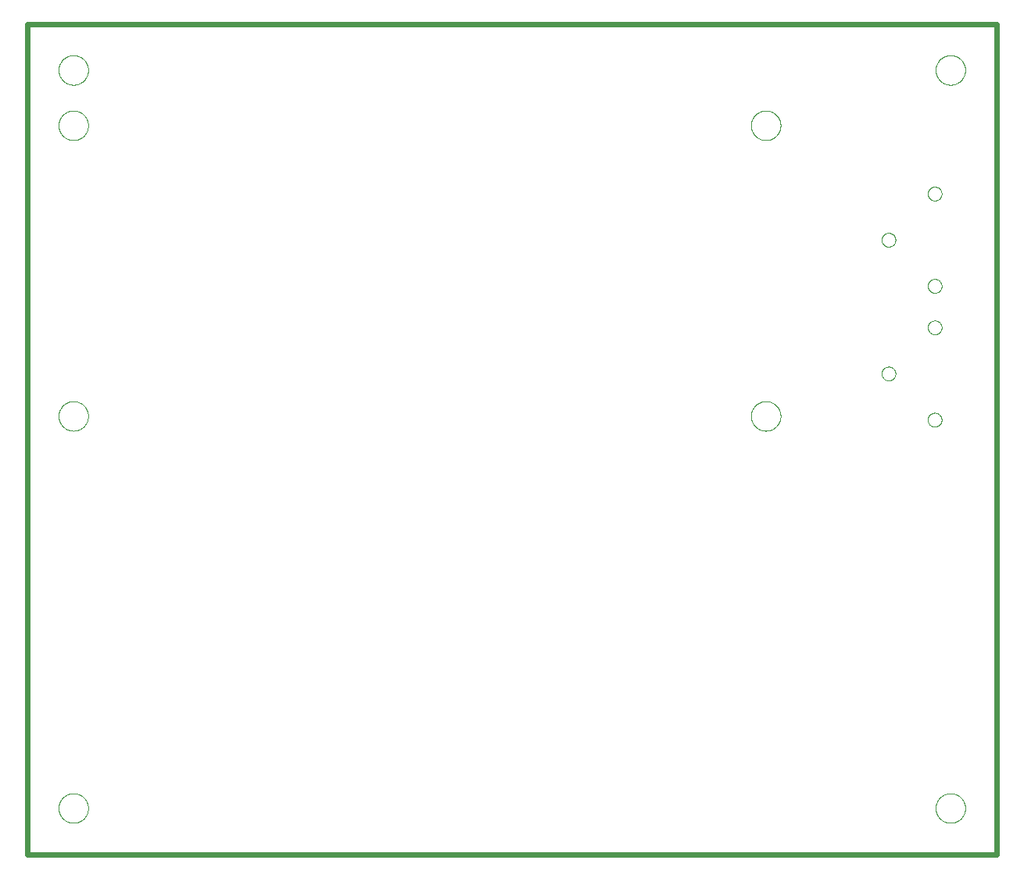
<source format=gbp>
G75*
%MOIN*%
%OFA0B0*%
%FSLAX25Y25*%
%IPPOS*%
%LPD*%
%AMOC8*
5,1,8,0,0,1.08239X$1,22.5*
%
%ADD10C,0.02400*%
%ADD11C,0.00000*%
D10*
X0002200Y0020744D02*
X0415586Y0020744D01*
X0415586Y0375075D01*
X0002200Y0375075D01*
X0002200Y0020744D01*
D11*
X0015586Y0040429D02*
X0015588Y0040587D01*
X0015594Y0040745D01*
X0015604Y0040903D01*
X0015618Y0041061D01*
X0015636Y0041218D01*
X0015657Y0041375D01*
X0015683Y0041531D01*
X0015713Y0041687D01*
X0015746Y0041842D01*
X0015784Y0041995D01*
X0015825Y0042148D01*
X0015870Y0042300D01*
X0015919Y0042451D01*
X0015972Y0042600D01*
X0016028Y0042748D01*
X0016088Y0042894D01*
X0016152Y0043039D01*
X0016220Y0043182D01*
X0016291Y0043324D01*
X0016365Y0043464D01*
X0016443Y0043601D01*
X0016525Y0043737D01*
X0016609Y0043871D01*
X0016698Y0044002D01*
X0016789Y0044131D01*
X0016884Y0044258D01*
X0016981Y0044383D01*
X0017082Y0044505D01*
X0017186Y0044624D01*
X0017293Y0044741D01*
X0017403Y0044855D01*
X0017516Y0044966D01*
X0017631Y0045075D01*
X0017749Y0045180D01*
X0017870Y0045282D01*
X0017993Y0045382D01*
X0018119Y0045478D01*
X0018247Y0045571D01*
X0018377Y0045661D01*
X0018510Y0045747D01*
X0018645Y0045831D01*
X0018781Y0045910D01*
X0018920Y0045987D01*
X0019061Y0046059D01*
X0019203Y0046129D01*
X0019347Y0046194D01*
X0019493Y0046256D01*
X0019640Y0046314D01*
X0019789Y0046369D01*
X0019939Y0046420D01*
X0020090Y0046467D01*
X0020242Y0046510D01*
X0020395Y0046549D01*
X0020550Y0046585D01*
X0020705Y0046616D01*
X0020861Y0046644D01*
X0021017Y0046668D01*
X0021174Y0046688D01*
X0021332Y0046704D01*
X0021489Y0046716D01*
X0021648Y0046724D01*
X0021806Y0046728D01*
X0021964Y0046728D01*
X0022122Y0046724D01*
X0022281Y0046716D01*
X0022438Y0046704D01*
X0022596Y0046688D01*
X0022753Y0046668D01*
X0022909Y0046644D01*
X0023065Y0046616D01*
X0023220Y0046585D01*
X0023375Y0046549D01*
X0023528Y0046510D01*
X0023680Y0046467D01*
X0023831Y0046420D01*
X0023981Y0046369D01*
X0024130Y0046314D01*
X0024277Y0046256D01*
X0024423Y0046194D01*
X0024567Y0046129D01*
X0024709Y0046059D01*
X0024850Y0045987D01*
X0024989Y0045910D01*
X0025125Y0045831D01*
X0025260Y0045747D01*
X0025393Y0045661D01*
X0025523Y0045571D01*
X0025651Y0045478D01*
X0025777Y0045382D01*
X0025900Y0045282D01*
X0026021Y0045180D01*
X0026139Y0045075D01*
X0026254Y0044966D01*
X0026367Y0044855D01*
X0026477Y0044741D01*
X0026584Y0044624D01*
X0026688Y0044505D01*
X0026789Y0044383D01*
X0026886Y0044258D01*
X0026981Y0044131D01*
X0027072Y0044002D01*
X0027161Y0043871D01*
X0027245Y0043737D01*
X0027327Y0043601D01*
X0027405Y0043464D01*
X0027479Y0043324D01*
X0027550Y0043182D01*
X0027618Y0043039D01*
X0027682Y0042894D01*
X0027742Y0042748D01*
X0027798Y0042600D01*
X0027851Y0042451D01*
X0027900Y0042300D01*
X0027945Y0042148D01*
X0027986Y0041995D01*
X0028024Y0041842D01*
X0028057Y0041687D01*
X0028087Y0041531D01*
X0028113Y0041375D01*
X0028134Y0041218D01*
X0028152Y0041061D01*
X0028166Y0040903D01*
X0028176Y0040745D01*
X0028182Y0040587D01*
X0028184Y0040429D01*
X0028182Y0040271D01*
X0028176Y0040113D01*
X0028166Y0039955D01*
X0028152Y0039797D01*
X0028134Y0039640D01*
X0028113Y0039483D01*
X0028087Y0039327D01*
X0028057Y0039171D01*
X0028024Y0039016D01*
X0027986Y0038863D01*
X0027945Y0038710D01*
X0027900Y0038558D01*
X0027851Y0038407D01*
X0027798Y0038258D01*
X0027742Y0038110D01*
X0027682Y0037964D01*
X0027618Y0037819D01*
X0027550Y0037676D01*
X0027479Y0037534D01*
X0027405Y0037394D01*
X0027327Y0037257D01*
X0027245Y0037121D01*
X0027161Y0036987D01*
X0027072Y0036856D01*
X0026981Y0036727D01*
X0026886Y0036600D01*
X0026789Y0036475D01*
X0026688Y0036353D01*
X0026584Y0036234D01*
X0026477Y0036117D01*
X0026367Y0036003D01*
X0026254Y0035892D01*
X0026139Y0035783D01*
X0026021Y0035678D01*
X0025900Y0035576D01*
X0025777Y0035476D01*
X0025651Y0035380D01*
X0025523Y0035287D01*
X0025393Y0035197D01*
X0025260Y0035111D01*
X0025125Y0035027D01*
X0024989Y0034948D01*
X0024850Y0034871D01*
X0024709Y0034799D01*
X0024567Y0034729D01*
X0024423Y0034664D01*
X0024277Y0034602D01*
X0024130Y0034544D01*
X0023981Y0034489D01*
X0023831Y0034438D01*
X0023680Y0034391D01*
X0023528Y0034348D01*
X0023375Y0034309D01*
X0023220Y0034273D01*
X0023065Y0034242D01*
X0022909Y0034214D01*
X0022753Y0034190D01*
X0022596Y0034170D01*
X0022438Y0034154D01*
X0022281Y0034142D01*
X0022122Y0034134D01*
X0021964Y0034130D01*
X0021806Y0034130D01*
X0021648Y0034134D01*
X0021489Y0034142D01*
X0021332Y0034154D01*
X0021174Y0034170D01*
X0021017Y0034190D01*
X0020861Y0034214D01*
X0020705Y0034242D01*
X0020550Y0034273D01*
X0020395Y0034309D01*
X0020242Y0034348D01*
X0020090Y0034391D01*
X0019939Y0034438D01*
X0019789Y0034489D01*
X0019640Y0034544D01*
X0019493Y0034602D01*
X0019347Y0034664D01*
X0019203Y0034729D01*
X0019061Y0034799D01*
X0018920Y0034871D01*
X0018781Y0034948D01*
X0018645Y0035027D01*
X0018510Y0035111D01*
X0018377Y0035197D01*
X0018247Y0035287D01*
X0018119Y0035380D01*
X0017993Y0035476D01*
X0017870Y0035576D01*
X0017749Y0035678D01*
X0017631Y0035783D01*
X0017516Y0035892D01*
X0017403Y0036003D01*
X0017293Y0036117D01*
X0017186Y0036234D01*
X0017082Y0036353D01*
X0016981Y0036475D01*
X0016884Y0036600D01*
X0016789Y0036727D01*
X0016698Y0036856D01*
X0016609Y0036987D01*
X0016525Y0037121D01*
X0016443Y0037257D01*
X0016365Y0037394D01*
X0016291Y0037534D01*
X0016220Y0037676D01*
X0016152Y0037819D01*
X0016088Y0037964D01*
X0016028Y0038110D01*
X0015972Y0038258D01*
X0015919Y0038407D01*
X0015870Y0038558D01*
X0015825Y0038710D01*
X0015784Y0038863D01*
X0015746Y0039016D01*
X0015713Y0039171D01*
X0015683Y0039327D01*
X0015657Y0039483D01*
X0015636Y0039640D01*
X0015618Y0039797D01*
X0015604Y0039955D01*
X0015594Y0040113D01*
X0015588Y0040271D01*
X0015586Y0040429D01*
X0015586Y0207752D02*
X0015588Y0207910D01*
X0015594Y0208068D01*
X0015604Y0208226D01*
X0015618Y0208384D01*
X0015636Y0208541D01*
X0015657Y0208698D01*
X0015683Y0208854D01*
X0015713Y0209010D01*
X0015746Y0209165D01*
X0015784Y0209318D01*
X0015825Y0209471D01*
X0015870Y0209623D01*
X0015919Y0209774D01*
X0015972Y0209923D01*
X0016028Y0210071D01*
X0016088Y0210217D01*
X0016152Y0210362D01*
X0016220Y0210505D01*
X0016291Y0210647D01*
X0016365Y0210787D01*
X0016443Y0210924D01*
X0016525Y0211060D01*
X0016609Y0211194D01*
X0016698Y0211325D01*
X0016789Y0211454D01*
X0016884Y0211581D01*
X0016981Y0211706D01*
X0017082Y0211828D01*
X0017186Y0211947D01*
X0017293Y0212064D01*
X0017403Y0212178D01*
X0017516Y0212289D01*
X0017631Y0212398D01*
X0017749Y0212503D01*
X0017870Y0212605D01*
X0017993Y0212705D01*
X0018119Y0212801D01*
X0018247Y0212894D01*
X0018377Y0212984D01*
X0018510Y0213070D01*
X0018645Y0213154D01*
X0018781Y0213233D01*
X0018920Y0213310D01*
X0019061Y0213382D01*
X0019203Y0213452D01*
X0019347Y0213517D01*
X0019493Y0213579D01*
X0019640Y0213637D01*
X0019789Y0213692D01*
X0019939Y0213743D01*
X0020090Y0213790D01*
X0020242Y0213833D01*
X0020395Y0213872D01*
X0020550Y0213908D01*
X0020705Y0213939D01*
X0020861Y0213967D01*
X0021017Y0213991D01*
X0021174Y0214011D01*
X0021332Y0214027D01*
X0021489Y0214039D01*
X0021648Y0214047D01*
X0021806Y0214051D01*
X0021964Y0214051D01*
X0022122Y0214047D01*
X0022281Y0214039D01*
X0022438Y0214027D01*
X0022596Y0214011D01*
X0022753Y0213991D01*
X0022909Y0213967D01*
X0023065Y0213939D01*
X0023220Y0213908D01*
X0023375Y0213872D01*
X0023528Y0213833D01*
X0023680Y0213790D01*
X0023831Y0213743D01*
X0023981Y0213692D01*
X0024130Y0213637D01*
X0024277Y0213579D01*
X0024423Y0213517D01*
X0024567Y0213452D01*
X0024709Y0213382D01*
X0024850Y0213310D01*
X0024989Y0213233D01*
X0025125Y0213154D01*
X0025260Y0213070D01*
X0025393Y0212984D01*
X0025523Y0212894D01*
X0025651Y0212801D01*
X0025777Y0212705D01*
X0025900Y0212605D01*
X0026021Y0212503D01*
X0026139Y0212398D01*
X0026254Y0212289D01*
X0026367Y0212178D01*
X0026477Y0212064D01*
X0026584Y0211947D01*
X0026688Y0211828D01*
X0026789Y0211706D01*
X0026886Y0211581D01*
X0026981Y0211454D01*
X0027072Y0211325D01*
X0027161Y0211194D01*
X0027245Y0211060D01*
X0027327Y0210924D01*
X0027405Y0210787D01*
X0027479Y0210647D01*
X0027550Y0210505D01*
X0027618Y0210362D01*
X0027682Y0210217D01*
X0027742Y0210071D01*
X0027798Y0209923D01*
X0027851Y0209774D01*
X0027900Y0209623D01*
X0027945Y0209471D01*
X0027986Y0209318D01*
X0028024Y0209165D01*
X0028057Y0209010D01*
X0028087Y0208854D01*
X0028113Y0208698D01*
X0028134Y0208541D01*
X0028152Y0208384D01*
X0028166Y0208226D01*
X0028176Y0208068D01*
X0028182Y0207910D01*
X0028184Y0207752D01*
X0028182Y0207594D01*
X0028176Y0207436D01*
X0028166Y0207278D01*
X0028152Y0207120D01*
X0028134Y0206963D01*
X0028113Y0206806D01*
X0028087Y0206650D01*
X0028057Y0206494D01*
X0028024Y0206339D01*
X0027986Y0206186D01*
X0027945Y0206033D01*
X0027900Y0205881D01*
X0027851Y0205730D01*
X0027798Y0205581D01*
X0027742Y0205433D01*
X0027682Y0205287D01*
X0027618Y0205142D01*
X0027550Y0204999D01*
X0027479Y0204857D01*
X0027405Y0204717D01*
X0027327Y0204580D01*
X0027245Y0204444D01*
X0027161Y0204310D01*
X0027072Y0204179D01*
X0026981Y0204050D01*
X0026886Y0203923D01*
X0026789Y0203798D01*
X0026688Y0203676D01*
X0026584Y0203557D01*
X0026477Y0203440D01*
X0026367Y0203326D01*
X0026254Y0203215D01*
X0026139Y0203106D01*
X0026021Y0203001D01*
X0025900Y0202899D01*
X0025777Y0202799D01*
X0025651Y0202703D01*
X0025523Y0202610D01*
X0025393Y0202520D01*
X0025260Y0202434D01*
X0025125Y0202350D01*
X0024989Y0202271D01*
X0024850Y0202194D01*
X0024709Y0202122D01*
X0024567Y0202052D01*
X0024423Y0201987D01*
X0024277Y0201925D01*
X0024130Y0201867D01*
X0023981Y0201812D01*
X0023831Y0201761D01*
X0023680Y0201714D01*
X0023528Y0201671D01*
X0023375Y0201632D01*
X0023220Y0201596D01*
X0023065Y0201565D01*
X0022909Y0201537D01*
X0022753Y0201513D01*
X0022596Y0201493D01*
X0022438Y0201477D01*
X0022281Y0201465D01*
X0022122Y0201457D01*
X0021964Y0201453D01*
X0021806Y0201453D01*
X0021648Y0201457D01*
X0021489Y0201465D01*
X0021332Y0201477D01*
X0021174Y0201493D01*
X0021017Y0201513D01*
X0020861Y0201537D01*
X0020705Y0201565D01*
X0020550Y0201596D01*
X0020395Y0201632D01*
X0020242Y0201671D01*
X0020090Y0201714D01*
X0019939Y0201761D01*
X0019789Y0201812D01*
X0019640Y0201867D01*
X0019493Y0201925D01*
X0019347Y0201987D01*
X0019203Y0202052D01*
X0019061Y0202122D01*
X0018920Y0202194D01*
X0018781Y0202271D01*
X0018645Y0202350D01*
X0018510Y0202434D01*
X0018377Y0202520D01*
X0018247Y0202610D01*
X0018119Y0202703D01*
X0017993Y0202799D01*
X0017870Y0202899D01*
X0017749Y0203001D01*
X0017631Y0203106D01*
X0017516Y0203215D01*
X0017403Y0203326D01*
X0017293Y0203440D01*
X0017186Y0203557D01*
X0017082Y0203676D01*
X0016981Y0203798D01*
X0016884Y0203923D01*
X0016789Y0204050D01*
X0016698Y0204179D01*
X0016609Y0204310D01*
X0016525Y0204444D01*
X0016443Y0204580D01*
X0016365Y0204717D01*
X0016291Y0204857D01*
X0016220Y0204999D01*
X0016152Y0205142D01*
X0016088Y0205287D01*
X0016028Y0205433D01*
X0015972Y0205581D01*
X0015919Y0205730D01*
X0015870Y0205881D01*
X0015825Y0206033D01*
X0015784Y0206186D01*
X0015746Y0206339D01*
X0015713Y0206494D01*
X0015683Y0206650D01*
X0015657Y0206806D01*
X0015636Y0206963D01*
X0015618Y0207120D01*
X0015604Y0207278D01*
X0015594Y0207436D01*
X0015588Y0207594D01*
X0015586Y0207752D01*
X0015586Y0331768D02*
X0015588Y0331926D01*
X0015594Y0332084D01*
X0015604Y0332242D01*
X0015618Y0332400D01*
X0015636Y0332557D01*
X0015657Y0332714D01*
X0015683Y0332870D01*
X0015713Y0333026D01*
X0015746Y0333181D01*
X0015784Y0333334D01*
X0015825Y0333487D01*
X0015870Y0333639D01*
X0015919Y0333790D01*
X0015972Y0333939D01*
X0016028Y0334087D01*
X0016088Y0334233D01*
X0016152Y0334378D01*
X0016220Y0334521D01*
X0016291Y0334663D01*
X0016365Y0334803D01*
X0016443Y0334940D01*
X0016525Y0335076D01*
X0016609Y0335210D01*
X0016698Y0335341D01*
X0016789Y0335470D01*
X0016884Y0335597D01*
X0016981Y0335722D01*
X0017082Y0335844D01*
X0017186Y0335963D01*
X0017293Y0336080D01*
X0017403Y0336194D01*
X0017516Y0336305D01*
X0017631Y0336414D01*
X0017749Y0336519D01*
X0017870Y0336621D01*
X0017993Y0336721D01*
X0018119Y0336817D01*
X0018247Y0336910D01*
X0018377Y0337000D01*
X0018510Y0337086D01*
X0018645Y0337170D01*
X0018781Y0337249D01*
X0018920Y0337326D01*
X0019061Y0337398D01*
X0019203Y0337468D01*
X0019347Y0337533D01*
X0019493Y0337595D01*
X0019640Y0337653D01*
X0019789Y0337708D01*
X0019939Y0337759D01*
X0020090Y0337806D01*
X0020242Y0337849D01*
X0020395Y0337888D01*
X0020550Y0337924D01*
X0020705Y0337955D01*
X0020861Y0337983D01*
X0021017Y0338007D01*
X0021174Y0338027D01*
X0021332Y0338043D01*
X0021489Y0338055D01*
X0021648Y0338063D01*
X0021806Y0338067D01*
X0021964Y0338067D01*
X0022122Y0338063D01*
X0022281Y0338055D01*
X0022438Y0338043D01*
X0022596Y0338027D01*
X0022753Y0338007D01*
X0022909Y0337983D01*
X0023065Y0337955D01*
X0023220Y0337924D01*
X0023375Y0337888D01*
X0023528Y0337849D01*
X0023680Y0337806D01*
X0023831Y0337759D01*
X0023981Y0337708D01*
X0024130Y0337653D01*
X0024277Y0337595D01*
X0024423Y0337533D01*
X0024567Y0337468D01*
X0024709Y0337398D01*
X0024850Y0337326D01*
X0024989Y0337249D01*
X0025125Y0337170D01*
X0025260Y0337086D01*
X0025393Y0337000D01*
X0025523Y0336910D01*
X0025651Y0336817D01*
X0025777Y0336721D01*
X0025900Y0336621D01*
X0026021Y0336519D01*
X0026139Y0336414D01*
X0026254Y0336305D01*
X0026367Y0336194D01*
X0026477Y0336080D01*
X0026584Y0335963D01*
X0026688Y0335844D01*
X0026789Y0335722D01*
X0026886Y0335597D01*
X0026981Y0335470D01*
X0027072Y0335341D01*
X0027161Y0335210D01*
X0027245Y0335076D01*
X0027327Y0334940D01*
X0027405Y0334803D01*
X0027479Y0334663D01*
X0027550Y0334521D01*
X0027618Y0334378D01*
X0027682Y0334233D01*
X0027742Y0334087D01*
X0027798Y0333939D01*
X0027851Y0333790D01*
X0027900Y0333639D01*
X0027945Y0333487D01*
X0027986Y0333334D01*
X0028024Y0333181D01*
X0028057Y0333026D01*
X0028087Y0332870D01*
X0028113Y0332714D01*
X0028134Y0332557D01*
X0028152Y0332400D01*
X0028166Y0332242D01*
X0028176Y0332084D01*
X0028182Y0331926D01*
X0028184Y0331768D01*
X0028182Y0331610D01*
X0028176Y0331452D01*
X0028166Y0331294D01*
X0028152Y0331136D01*
X0028134Y0330979D01*
X0028113Y0330822D01*
X0028087Y0330666D01*
X0028057Y0330510D01*
X0028024Y0330355D01*
X0027986Y0330202D01*
X0027945Y0330049D01*
X0027900Y0329897D01*
X0027851Y0329746D01*
X0027798Y0329597D01*
X0027742Y0329449D01*
X0027682Y0329303D01*
X0027618Y0329158D01*
X0027550Y0329015D01*
X0027479Y0328873D01*
X0027405Y0328733D01*
X0027327Y0328596D01*
X0027245Y0328460D01*
X0027161Y0328326D01*
X0027072Y0328195D01*
X0026981Y0328066D01*
X0026886Y0327939D01*
X0026789Y0327814D01*
X0026688Y0327692D01*
X0026584Y0327573D01*
X0026477Y0327456D01*
X0026367Y0327342D01*
X0026254Y0327231D01*
X0026139Y0327122D01*
X0026021Y0327017D01*
X0025900Y0326915D01*
X0025777Y0326815D01*
X0025651Y0326719D01*
X0025523Y0326626D01*
X0025393Y0326536D01*
X0025260Y0326450D01*
X0025125Y0326366D01*
X0024989Y0326287D01*
X0024850Y0326210D01*
X0024709Y0326138D01*
X0024567Y0326068D01*
X0024423Y0326003D01*
X0024277Y0325941D01*
X0024130Y0325883D01*
X0023981Y0325828D01*
X0023831Y0325777D01*
X0023680Y0325730D01*
X0023528Y0325687D01*
X0023375Y0325648D01*
X0023220Y0325612D01*
X0023065Y0325581D01*
X0022909Y0325553D01*
X0022753Y0325529D01*
X0022596Y0325509D01*
X0022438Y0325493D01*
X0022281Y0325481D01*
X0022122Y0325473D01*
X0021964Y0325469D01*
X0021806Y0325469D01*
X0021648Y0325473D01*
X0021489Y0325481D01*
X0021332Y0325493D01*
X0021174Y0325509D01*
X0021017Y0325529D01*
X0020861Y0325553D01*
X0020705Y0325581D01*
X0020550Y0325612D01*
X0020395Y0325648D01*
X0020242Y0325687D01*
X0020090Y0325730D01*
X0019939Y0325777D01*
X0019789Y0325828D01*
X0019640Y0325883D01*
X0019493Y0325941D01*
X0019347Y0326003D01*
X0019203Y0326068D01*
X0019061Y0326138D01*
X0018920Y0326210D01*
X0018781Y0326287D01*
X0018645Y0326366D01*
X0018510Y0326450D01*
X0018377Y0326536D01*
X0018247Y0326626D01*
X0018119Y0326719D01*
X0017993Y0326815D01*
X0017870Y0326915D01*
X0017749Y0327017D01*
X0017631Y0327122D01*
X0017516Y0327231D01*
X0017403Y0327342D01*
X0017293Y0327456D01*
X0017186Y0327573D01*
X0017082Y0327692D01*
X0016981Y0327814D01*
X0016884Y0327939D01*
X0016789Y0328066D01*
X0016698Y0328195D01*
X0016609Y0328326D01*
X0016525Y0328460D01*
X0016443Y0328596D01*
X0016365Y0328733D01*
X0016291Y0328873D01*
X0016220Y0329015D01*
X0016152Y0329158D01*
X0016088Y0329303D01*
X0016028Y0329449D01*
X0015972Y0329597D01*
X0015919Y0329746D01*
X0015870Y0329897D01*
X0015825Y0330049D01*
X0015784Y0330202D01*
X0015746Y0330355D01*
X0015713Y0330510D01*
X0015683Y0330666D01*
X0015657Y0330822D01*
X0015636Y0330979D01*
X0015618Y0331136D01*
X0015604Y0331294D01*
X0015594Y0331452D01*
X0015588Y0331610D01*
X0015586Y0331768D01*
X0015586Y0355390D02*
X0015588Y0355548D01*
X0015594Y0355706D01*
X0015604Y0355864D01*
X0015618Y0356022D01*
X0015636Y0356179D01*
X0015657Y0356336D01*
X0015683Y0356492D01*
X0015713Y0356648D01*
X0015746Y0356803D01*
X0015784Y0356956D01*
X0015825Y0357109D01*
X0015870Y0357261D01*
X0015919Y0357412D01*
X0015972Y0357561D01*
X0016028Y0357709D01*
X0016088Y0357855D01*
X0016152Y0358000D01*
X0016220Y0358143D01*
X0016291Y0358285D01*
X0016365Y0358425D01*
X0016443Y0358562D01*
X0016525Y0358698D01*
X0016609Y0358832D01*
X0016698Y0358963D01*
X0016789Y0359092D01*
X0016884Y0359219D01*
X0016981Y0359344D01*
X0017082Y0359466D01*
X0017186Y0359585D01*
X0017293Y0359702D01*
X0017403Y0359816D01*
X0017516Y0359927D01*
X0017631Y0360036D01*
X0017749Y0360141D01*
X0017870Y0360243D01*
X0017993Y0360343D01*
X0018119Y0360439D01*
X0018247Y0360532D01*
X0018377Y0360622D01*
X0018510Y0360708D01*
X0018645Y0360792D01*
X0018781Y0360871D01*
X0018920Y0360948D01*
X0019061Y0361020D01*
X0019203Y0361090D01*
X0019347Y0361155D01*
X0019493Y0361217D01*
X0019640Y0361275D01*
X0019789Y0361330D01*
X0019939Y0361381D01*
X0020090Y0361428D01*
X0020242Y0361471D01*
X0020395Y0361510D01*
X0020550Y0361546D01*
X0020705Y0361577D01*
X0020861Y0361605D01*
X0021017Y0361629D01*
X0021174Y0361649D01*
X0021332Y0361665D01*
X0021489Y0361677D01*
X0021648Y0361685D01*
X0021806Y0361689D01*
X0021964Y0361689D01*
X0022122Y0361685D01*
X0022281Y0361677D01*
X0022438Y0361665D01*
X0022596Y0361649D01*
X0022753Y0361629D01*
X0022909Y0361605D01*
X0023065Y0361577D01*
X0023220Y0361546D01*
X0023375Y0361510D01*
X0023528Y0361471D01*
X0023680Y0361428D01*
X0023831Y0361381D01*
X0023981Y0361330D01*
X0024130Y0361275D01*
X0024277Y0361217D01*
X0024423Y0361155D01*
X0024567Y0361090D01*
X0024709Y0361020D01*
X0024850Y0360948D01*
X0024989Y0360871D01*
X0025125Y0360792D01*
X0025260Y0360708D01*
X0025393Y0360622D01*
X0025523Y0360532D01*
X0025651Y0360439D01*
X0025777Y0360343D01*
X0025900Y0360243D01*
X0026021Y0360141D01*
X0026139Y0360036D01*
X0026254Y0359927D01*
X0026367Y0359816D01*
X0026477Y0359702D01*
X0026584Y0359585D01*
X0026688Y0359466D01*
X0026789Y0359344D01*
X0026886Y0359219D01*
X0026981Y0359092D01*
X0027072Y0358963D01*
X0027161Y0358832D01*
X0027245Y0358698D01*
X0027327Y0358562D01*
X0027405Y0358425D01*
X0027479Y0358285D01*
X0027550Y0358143D01*
X0027618Y0358000D01*
X0027682Y0357855D01*
X0027742Y0357709D01*
X0027798Y0357561D01*
X0027851Y0357412D01*
X0027900Y0357261D01*
X0027945Y0357109D01*
X0027986Y0356956D01*
X0028024Y0356803D01*
X0028057Y0356648D01*
X0028087Y0356492D01*
X0028113Y0356336D01*
X0028134Y0356179D01*
X0028152Y0356022D01*
X0028166Y0355864D01*
X0028176Y0355706D01*
X0028182Y0355548D01*
X0028184Y0355390D01*
X0028182Y0355232D01*
X0028176Y0355074D01*
X0028166Y0354916D01*
X0028152Y0354758D01*
X0028134Y0354601D01*
X0028113Y0354444D01*
X0028087Y0354288D01*
X0028057Y0354132D01*
X0028024Y0353977D01*
X0027986Y0353824D01*
X0027945Y0353671D01*
X0027900Y0353519D01*
X0027851Y0353368D01*
X0027798Y0353219D01*
X0027742Y0353071D01*
X0027682Y0352925D01*
X0027618Y0352780D01*
X0027550Y0352637D01*
X0027479Y0352495D01*
X0027405Y0352355D01*
X0027327Y0352218D01*
X0027245Y0352082D01*
X0027161Y0351948D01*
X0027072Y0351817D01*
X0026981Y0351688D01*
X0026886Y0351561D01*
X0026789Y0351436D01*
X0026688Y0351314D01*
X0026584Y0351195D01*
X0026477Y0351078D01*
X0026367Y0350964D01*
X0026254Y0350853D01*
X0026139Y0350744D01*
X0026021Y0350639D01*
X0025900Y0350537D01*
X0025777Y0350437D01*
X0025651Y0350341D01*
X0025523Y0350248D01*
X0025393Y0350158D01*
X0025260Y0350072D01*
X0025125Y0349988D01*
X0024989Y0349909D01*
X0024850Y0349832D01*
X0024709Y0349760D01*
X0024567Y0349690D01*
X0024423Y0349625D01*
X0024277Y0349563D01*
X0024130Y0349505D01*
X0023981Y0349450D01*
X0023831Y0349399D01*
X0023680Y0349352D01*
X0023528Y0349309D01*
X0023375Y0349270D01*
X0023220Y0349234D01*
X0023065Y0349203D01*
X0022909Y0349175D01*
X0022753Y0349151D01*
X0022596Y0349131D01*
X0022438Y0349115D01*
X0022281Y0349103D01*
X0022122Y0349095D01*
X0021964Y0349091D01*
X0021806Y0349091D01*
X0021648Y0349095D01*
X0021489Y0349103D01*
X0021332Y0349115D01*
X0021174Y0349131D01*
X0021017Y0349151D01*
X0020861Y0349175D01*
X0020705Y0349203D01*
X0020550Y0349234D01*
X0020395Y0349270D01*
X0020242Y0349309D01*
X0020090Y0349352D01*
X0019939Y0349399D01*
X0019789Y0349450D01*
X0019640Y0349505D01*
X0019493Y0349563D01*
X0019347Y0349625D01*
X0019203Y0349690D01*
X0019061Y0349760D01*
X0018920Y0349832D01*
X0018781Y0349909D01*
X0018645Y0349988D01*
X0018510Y0350072D01*
X0018377Y0350158D01*
X0018247Y0350248D01*
X0018119Y0350341D01*
X0017993Y0350437D01*
X0017870Y0350537D01*
X0017749Y0350639D01*
X0017631Y0350744D01*
X0017516Y0350853D01*
X0017403Y0350964D01*
X0017293Y0351078D01*
X0017186Y0351195D01*
X0017082Y0351314D01*
X0016981Y0351436D01*
X0016884Y0351561D01*
X0016789Y0351688D01*
X0016698Y0351817D01*
X0016609Y0351948D01*
X0016525Y0352082D01*
X0016443Y0352218D01*
X0016365Y0352355D01*
X0016291Y0352495D01*
X0016220Y0352637D01*
X0016152Y0352780D01*
X0016088Y0352925D01*
X0016028Y0353071D01*
X0015972Y0353219D01*
X0015919Y0353368D01*
X0015870Y0353519D01*
X0015825Y0353671D01*
X0015784Y0353824D01*
X0015746Y0353977D01*
X0015713Y0354132D01*
X0015683Y0354288D01*
X0015657Y0354444D01*
X0015636Y0354601D01*
X0015618Y0354758D01*
X0015604Y0354916D01*
X0015594Y0355074D01*
X0015588Y0355232D01*
X0015586Y0355390D01*
X0310862Y0331768D02*
X0310864Y0331926D01*
X0310870Y0332084D01*
X0310880Y0332242D01*
X0310894Y0332400D01*
X0310912Y0332557D01*
X0310933Y0332714D01*
X0310959Y0332870D01*
X0310989Y0333026D01*
X0311022Y0333181D01*
X0311060Y0333334D01*
X0311101Y0333487D01*
X0311146Y0333639D01*
X0311195Y0333790D01*
X0311248Y0333939D01*
X0311304Y0334087D01*
X0311364Y0334233D01*
X0311428Y0334378D01*
X0311496Y0334521D01*
X0311567Y0334663D01*
X0311641Y0334803D01*
X0311719Y0334940D01*
X0311801Y0335076D01*
X0311885Y0335210D01*
X0311974Y0335341D01*
X0312065Y0335470D01*
X0312160Y0335597D01*
X0312257Y0335722D01*
X0312358Y0335844D01*
X0312462Y0335963D01*
X0312569Y0336080D01*
X0312679Y0336194D01*
X0312792Y0336305D01*
X0312907Y0336414D01*
X0313025Y0336519D01*
X0313146Y0336621D01*
X0313269Y0336721D01*
X0313395Y0336817D01*
X0313523Y0336910D01*
X0313653Y0337000D01*
X0313786Y0337086D01*
X0313921Y0337170D01*
X0314057Y0337249D01*
X0314196Y0337326D01*
X0314337Y0337398D01*
X0314479Y0337468D01*
X0314623Y0337533D01*
X0314769Y0337595D01*
X0314916Y0337653D01*
X0315065Y0337708D01*
X0315215Y0337759D01*
X0315366Y0337806D01*
X0315518Y0337849D01*
X0315671Y0337888D01*
X0315826Y0337924D01*
X0315981Y0337955D01*
X0316137Y0337983D01*
X0316293Y0338007D01*
X0316450Y0338027D01*
X0316608Y0338043D01*
X0316765Y0338055D01*
X0316924Y0338063D01*
X0317082Y0338067D01*
X0317240Y0338067D01*
X0317398Y0338063D01*
X0317557Y0338055D01*
X0317714Y0338043D01*
X0317872Y0338027D01*
X0318029Y0338007D01*
X0318185Y0337983D01*
X0318341Y0337955D01*
X0318496Y0337924D01*
X0318651Y0337888D01*
X0318804Y0337849D01*
X0318956Y0337806D01*
X0319107Y0337759D01*
X0319257Y0337708D01*
X0319406Y0337653D01*
X0319553Y0337595D01*
X0319699Y0337533D01*
X0319843Y0337468D01*
X0319985Y0337398D01*
X0320126Y0337326D01*
X0320265Y0337249D01*
X0320401Y0337170D01*
X0320536Y0337086D01*
X0320669Y0337000D01*
X0320799Y0336910D01*
X0320927Y0336817D01*
X0321053Y0336721D01*
X0321176Y0336621D01*
X0321297Y0336519D01*
X0321415Y0336414D01*
X0321530Y0336305D01*
X0321643Y0336194D01*
X0321753Y0336080D01*
X0321860Y0335963D01*
X0321964Y0335844D01*
X0322065Y0335722D01*
X0322162Y0335597D01*
X0322257Y0335470D01*
X0322348Y0335341D01*
X0322437Y0335210D01*
X0322521Y0335076D01*
X0322603Y0334940D01*
X0322681Y0334803D01*
X0322755Y0334663D01*
X0322826Y0334521D01*
X0322894Y0334378D01*
X0322958Y0334233D01*
X0323018Y0334087D01*
X0323074Y0333939D01*
X0323127Y0333790D01*
X0323176Y0333639D01*
X0323221Y0333487D01*
X0323262Y0333334D01*
X0323300Y0333181D01*
X0323333Y0333026D01*
X0323363Y0332870D01*
X0323389Y0332714D01*
X0323410Y0332557D01*
X0323428Y0332400D01*
X0323442Y0332242D01*
X0323452Y0332084D01*
X0323458Y0331926D01*
X0323460Y0331768D01*
X0323458Y0331610D01*
X0323452Y0331452D01*
X0323442Y0331294D01*
X0323428Y0331136D01*
X0323410Y0330979D01*
X0323389Y0330822D01*
X0323363Y0330666D01*
X0323333Y0330510D01*
X0323300Y0330355D01*
X0323262Y0330202D01*
X0323221Y0330049D01*
X0323176Y0329897D01*
X0323127Y0329746D01*
X0323074Y0329597D01*
X0323018Y0329449D01*
X0322958Y0329303D01*
X0322894Y0329158D01*
X0322826Y0329015D01*
X0322755Y0328873D01*
X0322681Y0328733D01*
X0322603Y0328596D01*
X0322521Y0328460D01*
X0322437Y0328326D01*
X0322348Y0328195D01*
X0322257Y0328066D01*
X0322162Y0327939D01*
X0322065Y0327814D01*
X0321964Y0327692D01*
X0321860Y0327573D01*
X0321753Y0327456D01*
X0321643Y0327342D01*
X0321530Y0327231D01*
X0321415Y0327122D01*
X0321297Y0327017D01*
X0321176Y0326915D01*
X0321053Y0326815D01*
X0320927Y0326719D01*
X0320799Y0326626D01*
X0320669Y0326536D01*
X0320536Y0326450D01*
X0320401Y0326366D01*
X0320265Y0326287D01*
X0320126Y0326210D01*
X0319985Y0326138D01*
X0319843Y0326068D01*
X0319699Y0326003D01*
X0319553Y0325941D01*
X0319406Y0325883D01*
X0319257Y0325828D01*
X0319107Y0325777D01*
X0318956Y0325730D01*
X0318804Y0325687D01*
X0318651Y0325648D01*
X0318496Y0325612D01*
X0318341Y0325581D01*
X0318185Y0325553D01*
X0318029Y0325529D01*
X0317872Y0325509D01*
X0317714Y0325493D01*
X0317557Y0325481D01*
X0317398Y0325473D01*
X0317240Y0325469D01*
X0317082Y0325469D01*
X0316924Y0325473D01*
X0316765Y0325481D01*
X0316608Y0325493D01*
X0316450Y0325509D01*
X0316293Y0325529D01*
X0316137Y0325553D01*
X0315981Y0325581D01*
X0315826Y0325612D01*
X0315671Y0325648D01*
X0315518Y0325687D01*
X0315366Y0325730D01*
X0315215Y0325777D01*
X0315065Y0325828D01*
X0314916Y0325883D01*
X0314769Y0325941D01*
X0314623Y0326003D01*
X0314479Y0326068D01*
X0314337Y0326138D01*
X0314196Y0326210D01*
X0314057Y0326287D01*
X0313921Y0326366D01*
X0313786Y0326450D01*
X0313653Y0326536D01*
X0313523Y0326626D01*
X0313395Y0326719D01*
X0313269Y0326815D01*
X0313146Y0326915D01*
X0313025Y0327017D01*
X0312907Y0327122D01*
X0312792Y0327231D01*
X0312679Y0327342D01*
X0312569Y0327456D01*
X0312462Y0327573D01*
X0312358Y0327692D01*
X0312257Y0327814D01*
X0312160Y0327939D01*
X0312065Y0328066D01*
X0311974Y0328195D01*
X0311885Y0328326D01*
X0311801Y0328460D01*
X0311719Y0328596D01*
X0311641Y0328733D01*
X0311567Y0328873D01*
X0311496Y0329015D01*
X0311428Y0329158D01*
X0311364Y0329303D01*
X0311304Y0329449D01*
X0311248Y0329597D01*
X0311195Y0329746D01*
X0311146Y0329897D01*
X0311101Y0330049D01*
X0311060Y0330202D01*
X0311022Y0330355D01*
X0310989Y0330510D01*
X0310959Y0330666D01*
X0310933Y0330822D01*
X0310912Y0330979D01*
X0310894Y0331136D01*
X0310880Y0331294D01*
X0310870Y0331452D01*
X0310864Y0331610D01*
X0310862Y0331768D01*
X0366570Y0282949D02*
X0366572Y0283057D01*
X0366578Y0283166D01*
X0366588Y0283274D01*
X0366602Y0283381D01*
X0366620Y0283488D01*
X0366641Y0283595D01*
X0366667Y0283700D01*
X0366697Y0283805D01*
X0366730Y0283908D01*
X0366767Y0284010D01*
X0366808Y0284110D01*
X0366852Y0284209D01*
X0366901Y0284307D01*
X0366952Y0284402D01*
X0367007Y0284495D01*
X0367066Y0284587D01*
X0367128Y0284676D01*
X0367193Y0284763D01*
X0367261Y0284847D01*
X0367332Y0284929D01*
X0367406Y0285008D01*
X0367483Y0285084D01*
X0367563Y0285158D01*
X0367646Y0285228D01*
X0367731Y0285296D01*
X0367818Y0285360D01*
X0367908Y0285421D01*
X0368000Y0285479D01*
X0368094Y0285533D01*
X0368190Y0285584D01*
X0368287Y0285631D01*
X0368387Y0285675D01*
X0368488Y0285715D01*
X0368590Y0285751D01*
X0368693Y0285783D01*
X0368798Y0285812D01*
X0368904Y0285836D01*
X0369010Y0285857D01*
X0369117Y0285874D01*
X0369225Y0285887D01*
X0369333Y0285896D01*
X0369442Y0285901D01*
X0369550Y0285902D01*
X0369659Y0285899D01*
X0369767Y0285892D01*
X0369875Y0285881D01*
X0369982Y0285866D01*
X0370089Y0285847D01*
X0370195Y0285824D01*
X0370300Y0285798D01*
X0370405Y0285767D01*
X0370507Y0285733D01*
X0370609Y0285695D01*
X0370709Y0285653D01*
X0370808Y0285608D01*
X0370905Y0285559D01*
X0370999Y0285506D01*
X0371092Y0285450D01*
X0371183Y0285391D01*
X0371272Y0285328D01*
X0371358Y0285263D01*
X0371442Y0285194D01*
X0371523Y0285122D01*
X0371601Y0285047D01*
X0371677Y0284969D01*
X0371750Y0284888D01*
X0371820Y0284805D01*
X0371886Y0284720D01*
X0371950Y0284632D01*
X0372010Y0284541D01*
X0372067Y0284449D01*
X0372120Y0284354D01*
X0372170Y0284258D01*
X0372216Y0284160D01*
X0372259Y0284060D01*
X0372298Y0283959D01*
X0372333Y0283856D01*
X0372365Y0283753D01*
X0372392Y0283648D01*
X0372416Y0283542D01*
X0372436Y0283435D01*
X0372452Y0283328D01*
X0372464Y0283220D01*
X0372472Y0283112D01*
X0372476Y0283003D01*
X0372476Y0282895D01*
X0372472Y0282786D01*
X0372464Y0282678D01*
X0372452Y0282570D01*
X0372436Y0282463D01*
X0372416Y0282356D01*
X0372392Y0282250D01*
X0372365Y0282145D01*
X0372333Y0282042D01*
X0372298Y0281939D01*
X0372259Y0281838D01*
X0372216Y0281738D01*
X0372170Y0281640D01*
X0372120Y0281544D01*
X0372067Y0281449D01*
X0372010Y0281357D01*
X0371950Y0281266D01*
X0371886Y0281178D01*
X0371820Y0281093D01*
X0371750Y0281010D01*
X0371677Y0280929D01*
X0371601Y0280851D01*
X0371523Y0280776D01*
X0371442Y0280704D01*
X0371358Y0280635D01*
X0371272Y0280570D01*
X0371183Y0280507D01*
X0371092Y0280448D01*
X0371000Y0280392D01*
X0370905Y0280339D01*
X0370808Y0280290D01*
X0370709Y0280245D01*
X0370609Y0280203D01*
X0370507Y0280165D01*
X0370405Y0280131D01*
X0370300Y0280100D01*
X0370195Y0280074D01*
X0370089Y0280051D01*
X0369982Y0280032D01*
X0369875Y0280017D01*
X0369767Y0280006D01*
X0369659Y0279999D01*
X0369550Y0279996D01*
X0369442Y0279997D01*
X0369333Y0280002D01*
X0369225Y0280011D01*
X0369117Y0280024D01*
X0369010Y0280041D01*
X0368904Y0280062D01*
X0368798Y0280086D01*
X0368693Y0280115D01*
X0368590Y0280147D01*
X0368488Y0280183D01*
X0368387Y0280223D01*
X0368287Y0280267D01*
X0368190Y0280314D01*
X0368094Y0280365D01*
X0368000Y0280419D01*
X0367908Y0280477D01*
X0367818Y0280538D01*
X0367731Y0280602D01*
X0367646Y0280670D01*
X0367563Y0280740D01*
X0367483Y0280814D01*
X0367406Y0280890D01*
X0367332Y0280969D01*
X0367261Y0281051D01*
X0367193Y0281135D01*
X0367128Y0281222D01*
X0367066Y0281311D01*
X0367007Y0281403D01*
X0366952Y0281496D01*
X0366901Y0281591D01*
X0366852Y0281689D01*
X0366808Y0281788D01*
X0366767Y0281888D01*
X0366730Y0281990D01*
X0366697Y0282093D01*
X0366667Y0282198D01*
X0366641Y0282303D01*
X0366620Y0282410D01*
X0366602Y0282517D01*
X0366588Y0282624D01*
X0366578Y0282732D01*
X0366572Y0282841D01*
X0366570Y0282949D01*
X0386255Y0302634D02*
X0386257Y0302742D01*
X0386263Y0302851D01*
X0386273Y0302959D01*
X0386287Y0303066D01*
X0386305Y0303173D01*
X0386326Y0303280D01*
X0386352Y0303385D01*
X0386382Y0303490D01*
X0386415Y0303593D01*
X0386452Y0303695D01*
X0386493Y0303795D01*
X0386537Y0303894D01*
X0386586Y0303992D01*
X0386637Y0304087D01*
X0386692Y0304180D01*
X0386751Y0304272D01*
X0386813Y0304361D01*
X0386878Y0304448D01*
X0386946Y0304532D01*
X0387017Y0304614D01*
X0387091Y0304693D01*
X0387168Y0304769D01*
X0387248Y0304843D01*
X0387331Y0304913D01*
X0387416Y0304981D01*
X0387503Y0305045D01*
X0387593Y0305106D01*
X0387685Y0305164D01*
X0387779Y0305218D01*
X0387875Y0305269D01*
X0387972Y0305316D01*
X0388072Y0305360D01*
X0388173Y0305400D01*
X0388275Y0305436D01*
X0388378Y0305468D01*
X0388483Y0305497D01*
X0388589Y0305521D01*
X0388695Y0305542D01*
X0388802Y0305559D01*
X0388910Y0305572D01*
X0389018Y0305581D01*
X0389127Y0305586D01*
X0389235Y0305587D01*
X0389344Y0305584D01*
X0389452Y0305577D01*
X0389560Y0305566D01*
X0389667Y0305551D01*
X0389774Y0305532D01*
X0389880Y0305509D01*
X0389985Y0305483D01*
X0390090Y0305452D01*
X0390192Y0305418D01*
X0390294Y0305380D01*
X0390394Y0305338D01*
X0390493Y0305293D01*
X0390590Y0305244D01*
X0390684Y0305191D01*
X0390777Y0305135D01*
X0390868Y0305076D01*
X0390957Y0305013D01*
X0391043Y0304948D01*
X0391127Y0304879D01*
X0391208Y0304807D01*
X0391286Y0304732D01*
X0391362Y0304654D01*
X0391435Y0304573D01*
X0391505Y0304490D01*
X0391571Y0304405D01*
X0391635Y0304317D01*
X0391695Y0304226D01*
X0391752Y0304134D01*
X0391805Y0304039D01*
X0391855Y0303943D01*
X0391901Y0303845D01*
X0391944Y0303745D01*
X0391983Y0303644D01*
X0392018Y0303541D01*
X0392050Y0303438D01*
X0392077Y0303333D01*
X0392101Y0303227D01*
X0392121Y0303120D01*
X0392137Y0303013D01*
X0392149Y0302905D01*
X0392157Y0302797D01*
X0392161Y0302688D01*
X0392161Y0302580D01*
X0392157Y0302471D01*
X0392149Y0302363D01*
X0392137Y0302255D01*
X0392121Y0302148D01*
X0392101Y0302041D01*
X0392077Y0301935D01*
X0392050Y0301830D01*
X0392018Y0301727D01*
X0391983Y0301624D01*
X0391944Y0301523D01*
X0391901Y0301423D01*
X0391855Y0301325D01*
X0391805Y0301229D01*
X0391752Y0301134D01*
X0391695Y0301042D01*
X0391635Y0300951D01*
X0391571Y0300863D01*
X0391505Y0300778D01*
X0391435Y0300695D01*
X0391362Y0300614D01*
X0391286Y0300536D01*
X0391208Y0300461D01*
X0391127Y0300389D01*
X0391043Y0300320D01*
X0390957Y0300255D01*
X0390868Y0300192D01*
X0390777Y0300133D01*
X0390685Y0300077D01*
X0390590Y0300024D01*
X0390493Y0299975D01*
X0390394Y0299930D01*
X0390294Y0299888D01*
X0390192Y0299850D01*
X0390090Y0299816D01*
X0389985Y0299785D01*
X0389880Y0299759D01*
X0389774Y0299736D01*
X0389667Y0299717D01*
X0389560Y0299702D01*
X0389452Y0299691D01*
X0389344Y0299684D01*
X0389235Y0299681D01*
X0389127Y0299682D01*
X0389018Y0299687D01*
X0388910Y0299696D01*
X0388802Y0299709D01*
X0388695Y0299726D01*
X0388589Y0299747D01*
X0388483Y0299771D01*
X0388378Y0299800D01*
X0388275Y0299832D01*
X0388173Y0299868D01*
X0388072Y0299908D01*
X0387972Y0299952D01*
X0387875Y0299999D01*
X0387779Y0300050D01*
X0387685Y0300104D01*
X0387593Y0300162D01*
X0387503Y0300223D01*
X0387416Y0300287D01*
X0387331Y0300355D01*
X0387248Y0300425D01*
X0387168Y0300499D01*
X0387091Y0300575D01*
X0387017Y0300654D01*
X0386946Y0300736D01*
X0386878Y0300820D01*
X0386813Y0300907D01*
X0386751Y0300996D01*
X0386692Y0301088D01*
X0386637Y0301181D01*
X0386586Y0301276D01*
X0386537Y0301374D01*
X0386493Y0301473D01*
X0386452Y0301573D01*
X0386415Y0301675D01*
X0386382Y0301778D01*
X0386352Y0301883D01*
X0386326Y0301988D01*
X0386305Y0302095D01*
X0386287Y0302202D01*
X0386273Y0302309D01*
X0386263Y0302417D01*
X0386257Y0302526D01*
X0386255Y0302634D01*
X0386255Y0263264D02*
X0386257Y0263372D01*
X0386263Y0263481D01*
X0386273Y0263589D01*
X0386287Y0263696D01*
X0386305Y0263803D01*
X0386326Y0263910D01*
X0386352Y0264015D01*
X0386382Y0264120D01*
X0386415Y0264223D01*
X0386452Y0264325D01*
X0386493Y0264425D01*
X0386537Y0264524D01*
X0386586Y0264622D01*
X0386637Y0264717D01*
X0386692Y0264810D01*
X0386751Y0264902D01*
X0386813Y0264991D01*
X0386878Y0265078D01*
X0386946Y0265162D01*
X0387017Y0265244D01*
X0387091Y0265323D01*
X0387168Y0265399D01*
X0387248Y0265473D01*
X0387331Y0265543D01*
X0387416Y0265611D01*
X0387503Y0265675D01*
X0387593Y0265736D01*
X0387685Y0265794D01*
X0387779Y0265848D01*
X0387875Y0265899D01*
X0387972Y0265946D01*
X0388072Y0265990D01*
X0388173Y0266030D01*
X0388275Y0266066D01*
X0388378Y0266098D01*
X0388483Y0266127D01*
X0388589Y0266151D01*
X0388695Y0266172D01*
X0388802Y0266189D01*
X0388910Y0266202D01*
X0389018Y0266211D01*
X0389127Y0266216D01*
X0389235Y0266217D01*
X0389344Y0266214D01*
X0389452Y0266207D01*
X0389560Y0266196D01*
X0389667Y0266181D01*
X0389774Y0266162D01*
X0389880Y0266139D01*
X0389985Y0266113D01*
X0390090Y0266082D01*
X0390192Y0266048D01*
X0390294Y0266010D01*
X0390394Y0265968D01*
X0390493Y0265923D01*
X0390590Y0265874D01*
X0390684Y0265821D01*
X0390777Y0265765D01*
X0390868Y0265706D01*
X0390957Y0265643D01*
X0391043Y0265578D01*
X0391127Y0265509D01*
X0391208Y0265437D01*
X0391286Y0265362D01*
X0391362Y0265284D01*
X0391435Y0265203D01*
X0391505Y0265120D01*
X0391571Y0265035D01*
X0391635Y0264947D01*
X0391695Y0264856D01*
X0391752Y0264764D01*
X0391805Y0264669D01*
X0391855Y0264573D01*
X0391901Y0264475D01*
X0391944Y0264375D01*
X0391983Y0264274D01*
X0392018Y0264171D01*
X0392050Y0264068D01*
X0392077Y0263963D01*
X0392101Y0263857D01*
X0392121Y0263750D01*
X0392137Y0263643D01*
X0392149Y0263535D01*
X0392157Y0263427D01*
X0392161Y0263318D01*
X0392161Y0263210D01*
X0392157Y0263101D01*
X0392149Y0262993D01*
X0392137Y0262885D01*
X0392121Y0262778D01*
X0392101Y0262671D01*
X0392077Y0262565D01*
X0392050Y0262460D01*
X0392018Y0262357D01*
X0391983Y0262254D01*
X0391944Y0262153D01*
X0391901Y0262053D01*
X0391855Y0261955D01*
X0391805Y0261859D01*
X0391752Y0261764D01*
X0391695Y0261672D01*
X0391635Y0261581D01*
X0391571Y0261493D01*
X0391505Y0261408D01*
X0391435Y0261325D01*
X0391362Y0261244D01*
X0391286Y0261166D01*
X0391208Y0261091D01*
X0391127Y0261019D01*
X0391043Y0260950D01*
X0390957Y0260885D01*
X0390868Y0260822D01*
X0390777Y0260763D01*
X0390685Y0260707D01*
X0390590Y0260654D01*
X0390493Y0260605D01*
X0390394Y0260560D01*
X0390294Y0260518D01*
X0390192Y0260480D01*
X0390090Y0260446D01*
X0389985Y0260415D01*
X0389880Y0260389D01*
X0389774Y0260366D01*
X0389667Y0260347D01*
X0389560Y0260332D01*
X0389452Y0260321D01*
X0389344Y0260314D01*
X0389235Y0260311D01*
X0389127Y0260312D01*
X0389018Y0260317D01*
X0388910Y0260326D01*
X0388802Y0260339D01*
X0388695Y0260356D01*
X0388589Y0260377D01*
X0388483Y0260401D01*
X0388378Y0260430D01*
X0388275Y0260462D01*
X0388173Y0260498D01*
X0388072Y0260538D01*
X0387972Y0260582D01*
X0387875Y0260629D01*
X0387779Y0260680D01*
X0387685Y0260734D01*
X0387593Y0260792D01*
X0387503Y0260853D01*
X0387416Y0260917D01*
X0387331Y0260985D01*
X0387248Y0261055D01*
X0387168Y0261129D01*
X0387091Y0261205D01*
X0387017Y0261284D01*
X0386946Y0261366D01*
X0386878Y0261450D01*
X0386813Y0261537D01*
X0386751Y0261626D01*
X0386692Y0261718D01*
X0386637Y0261811D01*
X0386586Y0261906D01*
X0386537Y0262004D01*
X0386493Y0262103D01*
X0386452Y0262203D01*
X0386415Y0262305D01*
X0386382Y0262408D01*
X0386352Y0262513D01*
X0386326Y0262618D01*
X0386305Y0262725D01*
X0386287Y0262832D01*
X0386273Y0262939D01*
X0386263Y0263047D01*
X0386257Y0263156D01*
X0386255Y0263264D01*
X0386255Y0245547D02*
X0386257Y0245655D01*
X0386263Y0245764D01*
X0386273Y0245872D01*
X0386287Y0245979D01*
X0386305Y0246086D01*
X0386326Y0246193D01*
X0386352Y0246298D01*
X0386382Y0246403D01*
X0386415Y0246506D01*
X0386452Y0246608D01*
X0386493Y0246708D01*
X0386537Y0246807D01*
X0386586Y0246905D01*
X0386637Y0247000D01*
X0386692Y0247093D01*
X0386751Y0247185D01*
X0386813Y0247274D01*
X0386878Y0247361D01*
X0386946Y0247445D01*
X0387017Y0247527D01*
X0387091Y0247606D01*
X0387168Y0247682D01*
X0387248Y0247756D01*
X0387331Y0247826D01*
X0387416Y0247894D01*
X0387503Y0247958D01*
X0387593Y0248019D01*
X0387685Y0248077D01*
X0387779Y0248131D01*
X0387875Y0248182D01*
X0387972Y0248229D01*
X0388072Y0248273D01*
X0388173Y0248313D01*
X0388275Y0248349D01*
X0388378Y0248381D01*
X0388483Y0248410D01*
X0388589Y0248434D01*
X0388695Y0248455D01*
X0388802Y0248472D01*
X0388910Y0248485D01*
X0389018Y0248494D01*
X0389127Y0248499D01*
X0389235Y0248500D01*
X0389344Y0248497D01*
X0389452Y0248490D01*
X0389560Y0248479D01*
X0389667Y0248464D01*
X0389774Y0248445D01*
X0389880Y0248422D01*
X0389985Y0248396D01*
X0390090Y0248365D01*
X0390192Y0248331D01*
X0390294Y0248293D01*
X0390394Y0248251D01*
X0390493Y0248206D01*
X0390590Y0248157D01*
X0390684Y0248104D01*
X0390777Y0248048D01*
X0390868Y0247989D01*
X0390957Y0247926D01*
X0391043Y0247861D01*
X0391127Y0247792D01*
X0391208Y0247720D01*
X0391286Y0247645D01*
X0391362Y0247567D01*
X0391435Y0247486D01*
X0391505Y0247403D01*
X0391571Y0247318D01*
X0391635Y0247230D01*
X0391695Y0247139D01*
X0391752Y0247047D01*
X0391805Y0246952D01*
X0391855Y0246856D01*
X0391901Y0246758D01*
X0391944Y0246658D01*
X0391983Y0246557D01*
X0392018Y0246454D01*
X0392050Y0246351D01*
X0392077Y0246246D01*
X0392101Y0246140D01*
X0392121Y0246033D01*
X0392137Y0245926D01*
X0392149Y0245818D01*
X0392157Y0245710D01*
X0392161Y0245601D01*
X0392161Y0245493D01*
X0392157Y0245384D01*
X0392149Y0245276D01*
X0392137Y0245168D01*
X0392121Y0245061D01*
X0392101Y0244954D01*
X0392077Y0244848D01*
X0392050Y0244743D01*
X0392018Y0244640D01*
X0391983Y0244537D01*
X0391944Y0244436D01*
X0391901Y0244336D01*
X0391855Y0244238D01*
X0391805Y0244142D01*
X0391752Y0244047D01*
X0391695Y0243955D01*
X0391635Y0243864D01*
X0391571Y0243776D01*
X0391505Y0243691D01*
X0391435Y0243608D01*
X0391362Y0243527D01*
X0391286Y0243449D01*
X0391208Y0243374D01*
X0391127Y0243302D01*
X0391043Y0243233D01*
X0390957Y0243168D01*
X0390868Y0243105D01*
X0390777Y0243046D01*
X0390685Y0242990D01*
X0390590Y0242937D01*
X0390493Y0242888D01*
X0390394Y0242843D01*
X0390294Y0242801D01*
X0390192Y0242763D01*
X0390090Y0242729D01*
X0389985Y0242698D01*
X0389880Y0242672D01*
X0389774Y0242649D01*
X0389667Y0242630D01*
X0389560Y0242615D01*
X0389452Y0242604D01*
X0389344Y0242597D01*
X0389235Y0242594D01*
X0389127Y0242595D01*
X0389018Y0242600D01*
X0388910Y0242609D01*
X0388802Y0242622D01*
X0388695Y0242639D01*
X0388589Y0242660D01*
X0388483Y0242684D01*
X0388378Y0242713D01*
X0388275Y0242745D01*
X0388173Y0242781D01*
X0388072Y0242821D01*
X0387972Y0242865D01*
X0387875Y0242912D01*
X0387779Y0242963D01*
X0387685Y0243017D01*
X0387593Y0243075D01*
X0387503Y0243136D01*
X0387416Y0243200D01*
X0387331Y0243268D01*
X0387248Y0243338D01*
X0387168Y0243412D01*
X0387091Y0243488D01*
X0387017Y0243567D01*
X0386946Y0243649D01*
X0386878Y0243733D01*
X0386813Y0243820D01*
X0386751Y0243909D01*
X0386692Y0244001D01*
X0386637Y0244094D01*
X0386586Y0244189D01*
X0386537Y0244287D01*
X0386493Y0244386D01*
X0386452Y0244486D01*
X0386415Y0244588D01*
X0386382Y0244691D01*
X0386352Y0244796D01*
X0386326Y0244901D01*
X0386305Y0245008D01*
X0386287Y0245115D01*
X0386273Y0245222D01*
X0386263Y0245330D01*
X0386257Y0245439D01*
X0386255Y0245547D01*
X0366570Y0225862D02*
X0366572Y0225970D01*
X0366578Y0226079D01*
X0366588Y0226187D01*
X0366602Y0226294D01*
X0366620Y0226401D01*
X0366641Y0226508D01*
X0366667Y0226613D01*
X0366697Y0226718D01*
X0366730Y0226821D01*
X0366767Y0226923D01*
X0366808Y0227023D01*
X0366852Y0227122D01*
X0366901Y0227220D01*
X0366952Y0227315D01*
X0367007Y0227408D01*
X0367066Y0227500D01*
X0367128Y0227589D01*
X0367193Y0227676D01*
X0367261Y0227760D01*
X0367332Y0227842D01*
X0367406Y0227921D01*
X0367483Y0227997D01*
X0367563Y0228071D01*
X0367646Y0228141D01*
X0367731Y0228209D01*
X0367818Y0228273D01*
X0367908Y0228334D01*
X0368000Y0228392D01*
X0368094Y0228446D01*
X0368190Y0228497D01*
X0368287Y0228544D01*
X0368387Y0228588D01*
X0368488Y0228628D01*
X0368590Y0228664D01*
X0368693Y0228696D01*
X0368798Y0228725D01*
X0368904Y0228749D01*
X0369010Y0228770D01*
X0369117Y0228787D01*
X0369225Y0228800D01*
X0369333Y0228809D01*
X0369442Y0228814D01*
X0369550Y0228815D01*
X0369659Y0228812D01*
X0369767Y0228805D01*
X0369875Y0228794D01*
X0369982Y0228779D01*
X0370089Y0228760D01*
X0370195Y0228737D01*
X0370300Y0228711D01*
X0370405Y0228680D01*
X0370507Y0228646D01*
X0370609Y0228608D01*
X0370709Y0228566D01*
X0370808Y0228521D01*
X0370905Y0228472D01*
X0370999Y0228419D01*
X0371092Y0228363D01*
X0371183Y0228304D01*
X0371272Y0228241D01*
X0371358Y0228176D01*
X0371442Y0228107D01*
X0371523Y0228035D01*
X0371601Y0227960D01*
X0371677Y0227882D01*
X0371750Y0227801D01*
X0371820Y0227718D01*
X0371886Y0227633D01*
X0371950Y0227545D01*
X0372010Y0227454D01*
X0372067Y0227362D01*
X0372120Y0227267D01*
X0372170Y0227171D01*
X0372216Y0227073D01*
X0372259Y0226973D01*
X0372298Y0226872D01*
X0372333Y0226769D01*
X0372365Y0226666D01*
X0372392Y0226561D01*
X0372416Y0226455D01*
X0372436Y0226348D01*
X0372452Y0226241D01*
X0372464Y0226133D01*
X0372472Y0226025D01*
X0372476Y0225916D01*
X0372476Y0225808D01*
X0372472Y0225699D01*
X0372464Y0225591D01*
X0372452Y0225483D01*
X0372436Y0225376D01*
X0372416Y0225269D01*
X0372392Y0225163D01*
X0372365Y0225058D01*
X0372333Y0224955D01*
X0372298Y0224852D01*
X0372259Y0224751D01*
X0372216Y0224651D01*
X0372170Y0224553D01*
X0372120Y0224457D01*
X0372067Y0224362D01*
X0372010Y0224270D01*
X0371950Y0224179D01*
X0371886Y0224091D01*
X0371820Y0224006D01*
X0371750Y0223923D01*
X0371677Y0223842D01*
X0371601Y0223764D01*
X0371523Y0223689D01*
X0371442Y0223617D01*
X0371358Y0223548D01*
X0371272Y0223483D01*
X0371183Y0223420D01*
X0371092Y0223361D01*
X0371000Y0223305D01*
X0370905Y0223252D01*
X0370808Y0223203D01*
X0370709Y0223158D01*
X0370609Y0223116D01*
X0370507Y0223078D01*
X0370405Y0223044D01*
X0370300Y0223013D01*
X0370195Y0222987D01*
X0370089Y0222964D01*
X0369982Y0222945D01*
X0369875Y0222930D01*
X0369767Y0222919D01*
X0369659Y0222912D01*
X0369550Y0222909D01*
X0369442Y0222910D01*
X0369333Y0222915D01*
X0369225Y0222924D01*
X0369117Y0222937D01*
X0369010Y0222954D01*
X0368904Y0222975D01*
X0368798Y0222999D01*
X0368693Y0223028D01*
X0368590Y0223060D01*
X0368488Y0223096D01*
X0368387Y0223136D01*
X0368287Y0223180D01*
X0368190Y0223227D01*
X0368094Y0223278D01*
X0368000Y0223332D01*
X0367908Y0223390D01*
X0367818Y0223451D01*
X0367731Y0223515D01*
X0367646Y0223583D01*
X0367563Y0223653D01*
X0367483Y0223727D01*
X0367406Y0223803D01*
X0367332Y0223882D01*
X0367261Y0223964D01*
X0367193Y0224048D01*
X0367128Y0224135D01*
X0367066Y0224224D01*
X0367007Y0224316D01*
X0366952Y0224409D01*
X0366901Y0224504D01*
X0366852Y0224602D01*
X0366808Y0224701D01*
X0366767Y0224801D01*
X0366730Y0224903D01*
X0366697Y0225006D01*
X0366667Y0225111D01*
X0366641Y0225216D01*
X0366620Y0225323D01*
X0366602Y0225430D01*
X0366588Y0225537D01*
X0366578Y0225645D01*
X0366572Y0225754D01*
X0366570Y0225862D01*
X0386255Y0206177D02*
X0386257Y0206285D01*
X0386263Y0206394D01*
X0386273Y0206502D01*
X0386287Y0206609D01*
X0386305Y0206716D01*
X0386326Y0206823D01*
X0386352Y0206928D01*
X0386382Y0207033D01*
X0386415Y0207136D01*
X0386452Y0207238D01*
X0386493Y0207338D01*
X0386537Y0207437D01*
X0386586Y0207535D01*
X0386637Y0207630D01*
X0386692Y0207723D01*
X0386751Y0207815D01*
X0386813Y0207904D01*
X0386878Y0207991D01*
X0386946Y0208075D01*
X0387017Y0208157D01*
X0387091Y0208236D01*
X0387168Y0208312D01*
X0387248Y0208386D01*
X0387331Y0208456D01*
X0387416Y0208524D01*
X0387503Y0208588D01*
X0387593Y0208649D01*
X0387685Y0208707D01*
X0387779Y0208761D01*
X0387875Y0208812D01*
X0387972Y0208859D01*
X0388072Y0208903D01*
X0388173Y0208943D01*
X0388275Y0208979D01*
X0388378Y0209011D01*
X0388483Y0209040D01*
X0388589Y0209064D01*
X0388695Y0209085D01*
X0388802Y0209102D01*
X0388910Y0209115D01*
X0389018Y0209124D01*
X0389127Y0209129D01*
X0389235Y0209130D01*
X0389344Y0209127D01*
X0389452Y0209120D01*
X0389560Y0209109D01*
X0389667Y0209094D01*
X0389774Y0209075D01*
X0389880Y0209052D01*
X0389985Y0209026D01*
X0390090Y0208995D01*
X0390192Y0208961D01*
X0390294Y0208923D01*
X0390394Y0208881D01*
X0390493Y0208836D01*
X0390590Y0208787D01*
X0390684Y0208734D01*
X0390777Y0208678D01*
X0390868Y0208619D01*
X0390957Y0208556D01*
X0391043Y0208491D01*
X0391127Y0208422D01*
X0391208Y0208350D01*
X0391286Y0208275D01*
X0391362Y0208197D01*
X0391435Y0208116D01*
X0391505Y0208033D01*
X0391571Y0207948D01*
X0391635Y0207860D01*
X0391695Y0207769D01*
X0391752Y0207677D01*
X0391805Y0207582D01*
X0391855Y0207486D01*
X0391901Y0207388D01*
X0391944Y0207288D01*
X0391983Y0207187D01*
X0392018Y0207084D01*
X0392050Y0206981D01*
X0392077Y0206876D01*
X0392101Y0206770D01*
X0392121Y0206663D01*
X0392137Y0206556D01*
X0392149Y0206448D01*
X0392157Y0206340D01*
X0392161Y0206231D01*
X0392161Y0206123D01*
X0392157Y0206014D01*
X0392149Y0205906D01*
X0392137Y0205798D01*
X0392121Y0205691D01*
X0392101Y0205584D01*
X0392077Y0205478D01*
X0392050Y0205373D01*
X0392018Y0205270D01*
X0391983Y0205167D01*
X0391944Y0205066D01*
X0391901Y0204966D01*
X0391855Y0204868D01*
X0391805Y0204772D01*
X0391752Y0204677D01*
X0391695Y0204585D01*
X0391635Y0204494D01*
X0391571Y0204406D01*
X0391505Y0204321D01*
X0391435Y0204238D01*
X0391362Y0204157D01*
X0391286Y0204079D01*
X0391208Y0204004D01*
X0391127Y0203932D01*
X0391043Y0203863D01*
X0390957Y0203798D01*
X0390868Y0203735D01*
X0390777Y0203676D01*
X0390685Y0203620D01*
X0390590Y0203567D01*
X0390493Y0203518D01*
X0390394Y0203473D01*
X0390294Y0203431D01*
X0390192Y0203393D01*
X0390090Y0203359D01*
X0389985Y0203328D01*
X0389880Y0203302D01*
X0389774Y0203279D01*
X0389667Y0203260D01*
X0389560Y0203245D01*
X0389452Y0203234D01*
X0389344Y0203227D01*
X0389235Y0203224D01*
X0389127Y0203225D01*
X0389018Y0203230D01*
X0388910Y0203239D01*
X0388802Y0203252D01*
X0388695Y0203269D01*
X0388589Y0203290D01*
X0388483Y0203314D01*
X0388378Y0203343D01*
X0388275Y0203375D01*
X0388173Y0203411D01*
X0388072Y0203451D01*
X0387972Y0203495D01*
X0387875Y0203542D01*
X0387779Y0203593D01*
X0387685Y0203647D01*
X0387593Y0203705D01*
X0387503Y0203766D01*
X0387416Y0203830D01*
X0387331Y0203898D01*
X0387248Y0203968D01*
X0387168Y0204042D01*
X0387091Y0204118D01*
X0387017Y0204197D01*
X0386946Y0204279D01*
X0386878Y0204363D01*
X0386813Y0204450D01*
X0386751Y0204539D01*
X0386692Y0204631D01*
X0386637Y0204724D01*
X0386586Y0204819D01*
X0386537Y0204917D01*
X0386493Y0205016D01*
X0386452Y0205116D01*
X0386415Y0205218D01*
X0386382Y0205321D01*
X0386352Y0205426D01*
X0386326Y0205531D01*
X0386305Y0205638D01*
X0386287Y0205745D01*
X0386273Y0205852D01*
X0386263Y0205960D01*
X0386257Y0206069D01*
X0386255Y0206177D01*
X0310862Y0207752D02*
X0310864Y0207910D01*
X0310870Y0208068D01*
X0310880Y0208226D01*
X0310894Y0208384D01*
X0310912Y0208541D01*
X0310933Y0208698D01*
X0310959Y0208854D01*
X0310989Y0209010D01*
X0311022Y0209165D01*
X0311060Y0209318D01*
X0311101Y0209471D01*
X0311146Y0209623D01*
X0311195Y0209774D01*
X0311248Y0209923D01*
X0311304Y0210071D01*
X0311364Y0210217D01*
X0311428Y0210362D01*
X0311496Y0210505D01*
X0311567Y0210647D01*
X0311641Y0210787D01*
X0311719Y0210924D01*
X0311801Y0211060D01*
X0311885Y0211194D01*
X0311974Y0211325D01*
X0312065Y0211454D01*
X0312160Y0211581D01*
X0312257Y0211706D01*
X0312358Y0211828D01*
X0312462Y0211947D01*
X0312569Y0212064D01*
X0312679Y0212178D01*
X0312792Y0212289D01*
X0312907Y0212398D01*
X0313025Y0212503D01*
X0313146Y0212605D01*
X0313269Y0212705D01*
X0313395Y0212801D01*
X0313523Y0212894D01*
X0313653Y0212984D01*
X0313786Y0213070D01*
X0313921Y0213154D01*
X0314057Y0213233D01*
X0314196Y0213310D01*
X0314337Y0213382D01*
X0314479Y0213452D01*
X0314623Y0213517D01*
X0314769Y0213579D01*
X0314916Y0213637D01*
X0315065Y0213692D01*
X0315215Y0213743D01*
X0315366Y0213790D01*
X0315518Y0213833D01*
X0315671Y0213872D01*
X0315826Y0213908D01*
X0315981Y0213939D01*
X0316137Y0213967D01*
X0316293Y0213991D01*
X0316450Y0214011D01*
X0316608Y0214027D01*
X0316765Y0214039D01*
X0316924Y0214047D01*
X0317082Y0214051D01*
X0317240Y0214051D01*
X0317398Y0214047D01*
X0317557Y0214039D01*
X0317714Y0214027D01*
X0317872Y0214011D01*
X0318029Y0213991D01*
X0318185Y0213967D01*
X0318341Y0213939D01*
X0318496Y0213908D01*
X0318651Y0213872D01*
X0318804Y0213833D01*
X0318956Y0213790D01*
X0319107Y0213743D01*
X0319257Y0213692D01*
X0319406Y0213637D01*
X0319553Y0213579D01*
X0319699Y0213517D01*
X0319843Y0213452D01*
X0319985Y0213382D01*
X0320126Y0213310D01*
X0320265Y0213233D01*
X0320401Y0213154D01*
X0320536Y0213070D01*
X0320669Y0212984D01*
X0320799Y0212894D01*
X0320927Y0212801D01*
X0321053Y0212705D01*
X0321176Y0212605D01*
X0321297Y0212503D01*
X0321415Y0212398D01*
X0321530Y0212289D01*
X0321643Y0212178D01*
X0321753Y0212064D01*
X0321860Y0211947D01*
X0321964Y0211828D01*
X0322065Y0211706D01*
X0322162Y0211581D01*
X0322257Y0211454D01*
X0322348Y0211325D01*
X0322437Y0211194D01*
X0322521Y0211060D01*
X0322603Y0210924D01*
X0322681Y0210787D01*
X0322755Y0210647D01*
X0322826Y0210505D01*
X0322894Y0210362D01*
X0322958Y0210217D01*
X0323018Y0210071D01*
X0323074Y0209923D01*
X0323127Y0209774D01*
X0323176Y0209623D01*
X0323221Y0209471D01*
X0323262Y0209318D01*
X0323300Y0209165D01*
X0323333Y0209010D01*
X0323363Y0208854D01*
X0323389Y0208698D01*
X0323410Y0208541D01*
X0323428Y0208384D01*
X0323442Y0208226D01*
X0323452Y0208068D01*
X0323458Y0207910D01*
X0323460Y0207752D01*
X0323458Y0207594D01*
X0323452Y0207436D01*
X0323442Y0207278D01*
X0323428Y0207120D01*
X0323410Y0206963D01*
X0323389Y0206806D01*
X0323363Y0206650D01*
X0323333Y0206494D01*
X0323300Y0206339D01*
X0323262Y0206186D01*
X0323221Y0206033D01*
X0323176Y0205881D01*
X0323127Y0205730D01*
X0323074Y0205581D01*
X0323018Y0205433D01*
X0322958Y0205287D01*
X0322894Y0205142D01*
X0322826Y0204999D01*
X0322755Y0204857D01*
X0322681Y0204717D01*
X0322603Y0204580D01*
X0322521Y0204444D01*
X0322437Y0204310D01*
X0322348Y0204179D01*
X0322257Y0204050D01*
X0322162Y0203923D01*
X0322065Y0203798D01*
X0321964Y0203676D01*
X0321860Y0203557D01*
X0321753Y0203440D01*
X0321643Y0203326D01*
X0321530Y0203215D01*
X0321415Y0203106D01*
X0321297Y0203001D01*
X0321176Y0202899D01*
X0321053Y0202799D01*
X0320927Y0202703D01*
X0320799Y0202610D01*
X0320669Y0202520D01*
X0320536Y0202434D01*
X0320401Y0202350D01*
X0320265Y0202271D01*
X0320126Y0202194D01*
X0319985Y0202122D01*
X0319843Y0202052D01*
X0319699Y0201987D01*
X0319553Y0201925D01*
X0319406Y0201867D01*
X0319257Y0201812D01*
X0319107Y0201761D01*
X0318956Y0201714D01*
X0318804Y0201671D01*
X0318651Y0201632D01*
X0318496Y0201596D01*
X0318341Y0201565D01*
X0318185Y0201537D01*
X0318029Y0201513D01*
X0317872Y0201493D01*
X0317714Y0201477D01*
X0317557Y0201465D01*
X0317398Y0201457D01*
X0317240Y0201453D01*
X0317082Y0201453D01*
X0316924Y0201457D01*
X0316765Y0201465D01*
X0316608Y0201477D01*
X0316450Y0201493D01*
X0316293Y0201513D01*
X0316137Y0201537D01*
X0315981Y0201565D01*
X0315826Y0201596D01*
X0315671Y0201632D01*
X0315518Y0201671D01*
X0315366Y0201714D01*
X0315215Y0201761D01*
X0315065Y0201812D01*
X0314916Y0201867D01*
X0314769Y0201925D01*
X0314623Y0201987D01*
X0314479Y0202052D01*
X0314337Y0202122D01*
X0314196Y0202194D01*
X0314057Y0202271D01*
X0313921Y0202350D01*
X0313786Y0202434D01*
X0313653Y0202520D01*
X0313523Y0202610D01*
X0313395Y0202703D01*
X0313269Y0202799D01*
X0313146Y0202899D01*
X0313025Y0203001D01*
X0312907Y0203106D01*
X0312792Y0203215D01*
X0312679Y0203326D01*
X0312569Y0203440D01*
X0312462Y0203557D01*
X0312358Y0203676D01*
X0312257Y0203798D01*
X0312160Y0203923D01*
X0312065Y0204050D01*
X0311974Y0204179D01*
X0311885Y0204310D01*
X0311801Y0204444D01*
X0311719Y0204580D01*
X0311641Y0204717D01*
X0311567Y0204857D01*
X0311496Y0204999D01*
X0311428Y0205142D01*
X0311364Y0205287D01*
X0311304Y0205433D01*
X0311248Y0205581D01*
X0311195Y0205730D01*
X0311146Y0205881D01*
X0311101Y0206033D01*
X0311060Y0206186D01*
X0311022Y0206339D01*
X0310989Y0206494D01*
X0310959Y0206650D01*
X0310933Y0206806D01*
X0310912Y0206963D01*
X0310894Y0207120D01*
X0310880Y0207278D01*
X0310870Y0207436D01*
X0310864Y0207594D01*
X0310862Y0207752D01*
X0389602Y0355390D02*
X0389604Y0355548D01*
X0389610Y0355706D01*
X0389620Y0355864D01*
X0389634Y0356022D01*
X0389652Y0356179D01*
X0389673Y0356336D01*
X0389699Y0356492D01*
X0389729Y0356648D01*
X0389762Y0356803D01*
X0389800Y0356956D01*
X0389841Y0357109D01*
X0389886Y0357261D01*
X0389935Y0357412D01*
X0389988Y0357561D01*
X0390044Y0357709D01*
X0390104Y0357855D01*
X0390168Y0358000D01*
X0390236Y0358143D01*
X0390307Y0358285D01*
X0390381Y0358425D01*
X0390459Y0358562D01*
X0390541Y0358698D01*
X0390625Y0358832D01*
X0390714Y0358963D01*
X0390805Y0359092D01*
X0390900Y0359219D01*
X0390997Y0359344D01*
X0391098Y0359466D01*
X0391202Y0359585D01*
X0391309Y0359702D01*
X0391419Y0359816D01*
X0391532Y0359927D01*
X0391647Y0360036D01*
X0391765Y0360141D01*
X0391886Y0360243D01*
X0392009Y0360343D01*
X0392135Y0360439D01*
X0392263Y0360532D01*
X0392393Y0360622D01*
X0392526Y0360708D01*
X0392661Y0360792D01*
X0392797Y0360871D01*
X0392936Y0360948D01*
X0393077Y0361020D01*
X0393219Y0361090D01*
X0393363Y0361155D01*
X0393509Y0361217D01*
X0393656Y0361275D01*
X0393805Y0361330D01*
X0393955Y0361381D01*
X0394106Y0361428D01*
X0394258Y0361471D01*
X0394411Y0361510D01*
X0394566Y0361546D01*
X0394721Y0361577D01*
X0394877Y0361605D01*
X0395033Y0361629D01*
X0395190Y0361649D01*
X0395348Y0361665D01*
X0395505Y0361677D01*
X0395664Y0361685D01*
X0395822Y0361689D01*
X0395980Y0361689D01*
X0396138Y0361685D01*
X0396297Y0361677D01*
X0396454Y0361665D01*
X0396612Y0361649D01*
X0396769Y0361629D01*
X0396925Y0361605D01*
X0397081Y0361577D01*
X0397236Y0361546D01*
X0397391Y0361510D01*
X0397544Y0361471D01*
X0397696Y0361428D01*
X0397847Y0361381D01*
X0397997Y0361330D01*
X0398146Y0361275D01*
X0398293Y0361217D01*
X0398439Y0361155D01*
X0398583Y0361090D01*
X0398725Y0361020D01*
X0398866Y0360948D01*
X0399005Y0360871D01*
X0399141Y0360792D01*
X0399276Y0360708D01*
X0399409Y0360622D01*
X0399539Y0360532D01*
X0399667Y0360439D01*
X0399793Y0360343D01*
X0399916Y0360243D01*
X0400037Y0360141D01*
X0400155Y0360036D01*
X0400270Y0359927D01*
X0400383Y0359816D01*
X0400493Y0359702D01*
X0400600Y0359585D01*
X0400704Y0359466D01*
X0400805Y0359344D01*
X0400902Y0359219D01*
X0400997Y0359092D01*
X0401088Y0358963D01*
X0401177Y0358832D01*
X0401261Y0358698D01*
X0401343Y0358562D01*
X0401421Y0358425D01*
X0401495Y0358285D01*
X0401566Y0358143D01*
X0401634Y0358000D01*
X0401698Y0357855D01*
X0401758Y0357709D01*
X0401814Y0357561D01*
X0401867Y0357412D01*
X0401916Y0357261D01*
X0401961Y0357109D01*
X0402002Y0356956D01*
X0402040Y0356803D01*
X0402073Y0356648D01*
X0402103Y0356492D01*
X0402129Y0356336D01*
X0402150Y0356179D01*
X0402168Y0356022D01*
X0402182Y0355864D01*
X0402192Y0355706D01*
X0402198Y0355548D01*
X0402200Y0355390D01*
X0402198Y0355232D01*
X0402192Y0355074D01*
X0402182Y0354916D01*
X0402168Y0354758D01*
X0402150Y0354601D01*
X0402129Y0354444D01*
X0402103Y0354288D01*
X0402073Y0354132D01*
X0402040Y0353977D01*
X0402002Y0353824D01*
X0401961Y0353671D01*
X0401916Y0353519D01*
X0401867Y0353368D01*
X0401814Y0353219D01*
X0401758Y0353071D01*
X0401698Y0352925D01*
X0401634Y0352780D01*
X0401566Y0352637D01*
X0401495Y0352495D01*
X0401421Y0352355D01*
X0401343Y0352218D01*
X0401261Y0352082D01*
X0401177Y0351948D01*
X0401088Y0351817D01*
X0400997Y0351688D01*
X0400902Y0351561D01*
X0400805Y0351436D01*
X0400704Y0351314D01*
X0400600Y0351195D01*
X0400493Y0351078D01*
X0400383Y0350964D01*
X0400270Y0350853D01*
X0400155Y0350744D01*
X0400037Y0350639D01*
X0399916Y0350537D01*
X0399793Y0350437D01*
X0399667Y0350341D01*
X0399539Y0350248D01*
X0399409Y0350158D01*
X0399276Y0350072D01*
X0399141Y0349988D01*
X0399005Y0349909D01*
X0398866Y0349832D01*
X0398725Y0349760D01*
X0398583Y0349690D01*
X0398439Y0349625D01*
X0398293Y0349563D01*
X0398146Y0349505D01*
X0397997Y0349450D01*
X0397847Y0349399D01*
X0397696Y0349352D01*
X0397544Y0349309D01*
X0397391Y0349270D01*
X0397236Y0349234D01*
X0397081Y0349203D01*
X0396925Y0349175D01*
X0396769Y0349151D01*
X0396612Y0349131D01*
X0396454Y0349115D01*
X0396297Y0349103D01*
X0396138Y0349095D01*
X0395980Y0349091D01*
X0395822Y0349091D01*
X0395664Y0349095D01*
X0395505Y0349103D01*
X0395348Y0349115D01*
X0395190Y0349131D01*
X0395033Y0349151D01*
X0394877Y0349175D01*
X0394721Y0349203D01*
X0394566Y0349234D01*
X0394411Y0349270D01*
X0394258Y0349309D01*
X0394106Y0349352D01*
X0393955Y0349399D01*
X0393805Y0349450D01*
X0393656Y0349505D01*
X0393509Y0349563D01*
X0393363Y0349625D01*
X0393219Y0349690D01*
X0393077Y0349760D01*
X0392936Y0349832D01*
X0392797Y0349909D01*
X0392661Y0349988D01*
X0392526Y0350072D01*
X0392393Y0350158D01*
X0392263Y0350248D01*
X0392135Y0350341D01*
X0392009Y0350437D01*
X0391886Y0350537D01*
X0391765Y0350639D01*
X0391647Y0350744D01*
X0391532Y0350853D01*
X0391419Y0350964D01*
X0391309Y0351078D01*
X0391202Y0351195D01*
X0391098Y0351314D01*
X0390997Y0351436D01*
X0390900Y0351561D01*
X0390805Y0351688D01*
X0390714Y0351817D01*
X0390625Y0351948D01*
X0390541Y0352082D01*
X0390459Y0352218D01*
X0390381Y0352355D01*
X0390307Y0352495D01*
X0390236Y0352637D01*
X0390168Y0352780D01*
X0390104Y0352925D01*
X0390044Y0353071D01*
X0389988Y0353219D01*
X0389935Y0353368D01*
X0389886Y0353519D01*
X0389841Y0353671D01*
X0389800Y0353824D01*
X0389762Y0353977D01*
X0389729Y0354132D01*
X0389699Y0354288D01*
X0389673Y0354444D01*
X0389652Y0354601D01*
X0389634Y0354758D01*
X0389620Y0354916D01*
X0389610Y0355074D01*
X0389604Y0355232D01*
X0389602Y0355390D01*
X0389602Y0040429D02*
X0389604Y0040587D01*
X0389610Y0040745D01*
X0389620Y0040903D01*
X0389634Y0041061D01*
X0389652Y0041218D01*
X0389673Y0041375D01*
X0389699Y0041531D01*
X0389729Y0041687D01*
X0389762Y0041842D01*
X0389800Y0041995D01*
X0389841Y0042148D01*
X0389886Y0042300D01*
X0389935Y0042451D01*
X0389988Y0042600D01*
X0390044Y0042748D01*
X0390104Y0042894D01*
X0390168Y0043039D01*
X0390236Y0043182D01*
X0390307Y0043324D01*
X0390381Y0043464D01*
X0390459Y0043601D01*
X0390541Y0043737D01*
X0390625Y0043871D01*
X0390714Y0044002D01*
X0390805Y0044131D01*
X0390900Y0044258D01*
X0390997Y0044383D01*
X0391098Y0044505D01*
X0391202Y0044624D01*
X0391309Y0044741D01*
X0391419Y0044855D01*
X0391532Y0044966D01*
X0391647Y0045075D01*
X0391765Y0045180D01*
X0391886Y0045282D01*
X0392009Y0045382D01*
X0392135Y0045478D01*
X0392263Y0045571D01*
X0392393Y0045661D01*
X0392526Y0045747D01*
X0392661Y0045831D01*
X0392797Y0045910D01*
X0392936Y0045987D01*
X0393077Y0046059D01*
X0393219Y0046129D01*
X0393363Y0046194D01*
X0393509Y0046256D01*
X0393656Y0046314D01*
X0393805Y0046369D01*
X0393955Y0046420D01*
X0394106Y0046467D01*
X0394258Y0046510D01*
X0394411Y0046549D01*
X0394566Y0046585D01*
X0394721Y0046616D01*
X0394877Y0046644D01*
X0395033Y0046668D01*
X0395190Y0046688D01*
X0395348Y0046704D01*
X0395505Y0046716D01*
X0395664Y0046724D01*
X0395822Y0046728D01*
X0395980Y0046728D01*
X0396138Y0046724D01*
X0396297Y0046716D01*
X0396454Y0046704D01*
X0396612Y0046688D01*
X0396769Y0046668D01*
X0396925Y0046644D01*
X0397081Y0046616D01*
X0397236Y0046585D01*
X0397391Y0046549D01*
X0397544Y0046510D01*
X0397696Y0046467D01*
X0397847Y0046420D01*
X0397997Y0046369D01*
X0398146Y0046314D01*
X0398293Y0046256D01*
X0398439Y0046194D01*
X0398583Y0046129D01*
X0398725Y0046059D01*
X0398866Y0045987D01*
X0399005Y0045910D01*
X0399141Y0045831D01*
X0399276Y0045747D01*
X0399409Y0045661D01*
X0399539Y0045571D01*
X0399667Y0045478D01*
X0399793Y0045382D01*
X0399916Y0045282D01*
X0400037Y0045180D01*
X0400155Y0045075D01*
X0400270Y0044966D01*
X0400383Y0044855D01*
X0400493Y0044741D01*
X0400600Y0044624D01*
X0400704Y0044505D01*
X0400805Y0044383D01*
X0400902Y0044258D01*
X0400997Y0044131D01*
X0401088Y0044002D01*
X0401177Y0043871D01*
X0401261Y0043737D01*
X0401343Y0043601D01*
X0401421Y0043464D01*
X0401495Y0043324D01*
X0401566Y0043182D01*
X0401634Y0043039D01*
X0401698Y0042894D01*
X0401758Y0042748D01*
X0401814Y0042600D01*
X0401867Y0042451D01*
X0401916Y0042300D01*
X0401961Y0042148D01*
X0402002Y0041995D01*
X0402040Y0041842D01*
X0402073Y0041687D01*
X0402103Y0041531D01*
X0402129Y0041375D01*
X0402150Y0041218D01*
X0402168Y0041061D01*
X0402182Y0040903D01*
X0402192Y0040745D01*
X0402198Y0040587D01*
X0402200Y0040429D01*
X0402198Y0040271D01*
X0402192Y0040113D01*
X0402182Y0039955D01*
X0402168Y0039797D01*
X0402150Y0039640D01*
X0402129Y0039483D01*
X0402103Y0039327D01*
X0402073Y0039171D01*
X0402040Y0039016D01*
X0402002Y0038863D01*
X0401961Y0038710D01*
X0401916Y0038558D01*
X0401867Y0038407D01*
X0401814Y0038258D01*
X0401758Y0038110D01*
X0401698Y0037964D01*
X0401634Y0037819D01*
X0401566Y0037676D01*
X0401495Y0037534D01*
X0401421Y0037394D01*
X0401343Y0037257D01*
X0401261Y0037121D01*
X0401177Y0036987D01*
X0401088Y0036856D01*
X0400997Y0036727D01*
X0400902Y0036600D01*
X0400805Y0036475D01*
X0400704Y0036353D01*
X0400600Y0036234D01*
X0400493Y0036117D01*
X0400383Y0036003D01*
X0400270Y0035892D01*
X0400155Y0035783D01*
X0400037Y0035678D01*
X0399916Y0035576D01*
X0399793Y0035476D01*
X0399667Y0035380D01*
X0399539Y0035287D01*
X0399409Y0035197D01*
X0399276Y0035111D01*
X0399141Y0035027D01*
X0399005Y0034948D01*
X0398866Y0034871D01*
X0398725Y0034799D01*
X0398583Y0034729D01*
X0398439Y0034664D01*
X0398293Y0034602D01*
X0398146Y0034544D01*
X0397997Y0034489D01*
X0397847Y0034438D01*
X0397696Y0034391D01*
X0397544Y0034348D01*
X0397391Y0034309D01*
X0397236Y0034273D01*
X0397081Y0034242D01*
X0396925Y0034214D01*
X0396769Y0034190D01*
X0396612Y0034170D01*
X0396454Y0034154D01*
X0396297Y0034142D01*
X0396138Y0034134D01*
X0395980Y0034130D01*
X0395822Y0034130D01*
X0395664Y0034134D01*
X0395505Y0034142D01*
X0395348Y0034154D01*
X0395190Y0034170D01*
X0395033Y0034190D01*
X0394877Y0034214D01*
X0394721Y0034242D01*
X0394566Y0034273D01*
X0394411Y0034309D01*
X0394258Y0034348D01*
X0394106Y0034391D01*
X0393955Y0034438D01*
X0393805Y0034489D01*
X0393656Y0034544D01*
X0393509Y0034602D01*
X0393363Y0034664D01*
X0393219Y0034729D01*
X0393077Y0034799D01*
X0392936Y0034871D01*
X0392797Y0034948D01*
X0392661Y0035027D01*
X0392526Y0035111D01*
X0392393Y0035197D01*
X0392263Y0035287D01*
X0392135Y0035380D01*
X0392009Y0035476D01*
X0391886Y0035576D01*
X0391765Y0035678D01*
X0391647Y0035783D01*
X0391532Y0035892D01*
X0391419Y0036003D01*
X0391309Y0036117D01*
X0391202Y0036234D01*
X0391098Y0036353D01*
X0390997Y0036475D01*
X0390900Y0036600D01*
X0390805Y0036727D01*
X0390714Y0036856D01*
X0390625Y0036987D01*
X0390541Y0037121D01*
X0390459Y0037257D01*
X0390381Y0037394D01*
X0390307Y0037534D01*
X0390236Y0037676D01*
X0390168Y0037819D01*
X0390104Y0037964D01*
X0390044Y0038110D01*
X0389988Y0038258D01*
X0389935Y0038407D01*
X0389886Y0038558D01*
X0389841Y0038710D01*
X0389800Y0038863D01*
X0389762Y0039016D01*
X0389729Y0039171D01*
X0389699Y0039327D01*
X0389673Y0039483D01*
X0389652Y0039640D01*
X0389634Y0039797D01*
X0389620Y0039955D01*
X0389610Y0040113D01*
X0389604Y0040271D01*
X0389602Y0040429D01*
M02*

</source>
